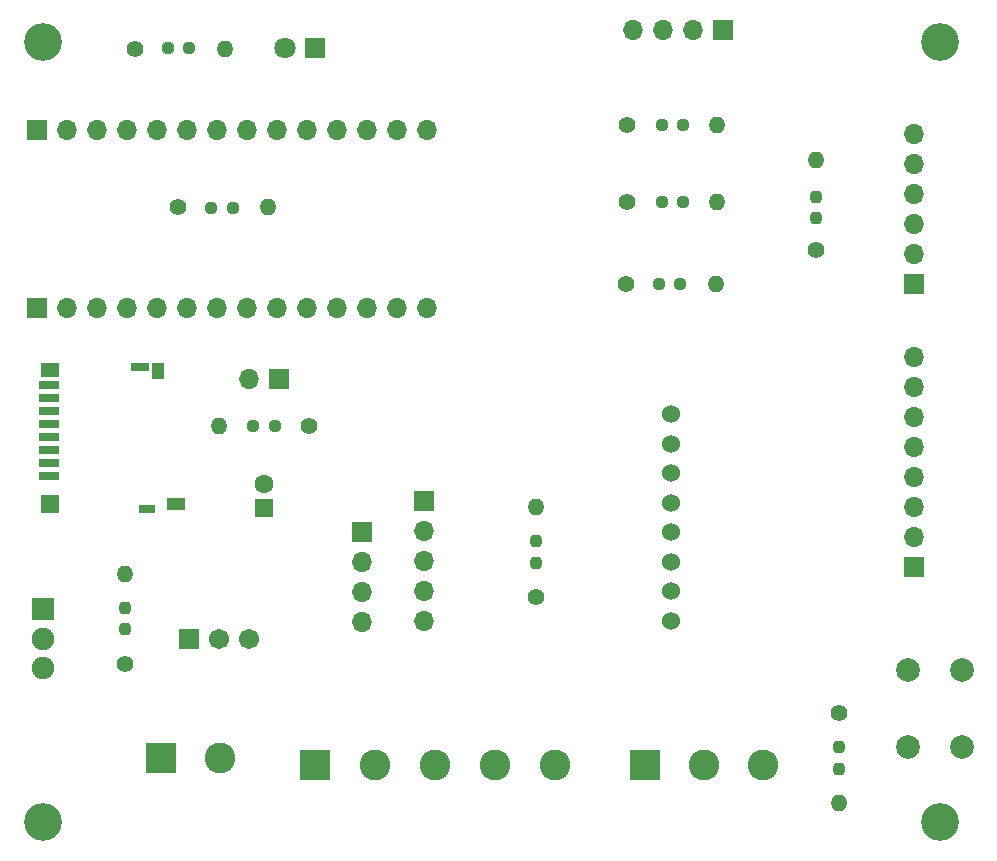
<source format=gbr>
%TF.GenerationSoftware,KiCad,Pcbnew,8.0.6-8.0.6-0~ubuntu24.04.1*%
%TF.CreationDate,2024-11-15T18:56:18-05:00*%
%TF.ProjectId,sweet-p,73776565-742d-4702-9e6b-696361645f70,rev?*%
%TF.SameCoordinates,Original*%
%TF.FileFunction,Soldermask,Top*%
%TF.FilePolarity,Negative*%
%FSLAX46Y46*%
G04 Gerber Fmt 4.6, Leading zero omitted, Abs format (unit mm)*
G04 Created by KiCad (PCBNEW 8.0.6-8.0.6-0~ubuntu24.04.1) date 2024-11-15 18:56:18*
%MOMM*%
%LPD*%
G01*
G04 APERTURE LIST*
G04 Aperture macros list*
%AMRoundRect*
0 Rectangle with rounded corners*
0 $1 Rounding radius*
0 $2 $3 $4 $5 $6 $7 $8 $9 X,Y pos of 4 corners*
0 Add a 4 corners polygon primitive as box body*
4,1,4,$2,$3,$4,$5,$6,$7,$8,$9,$2,$3,0*
0 Add four circle primitives for the rounded corners*
1,1,$1+$1,$2,$3*
1,1,$1+$1,$4,$5*
1,1,$1+$1,$6,$7*
1,1,$1+$1,$8,$9*
0 Add four rect primitives between the rounded corners*
20,1,$1+$1,$2,$3,$4,$5,0*
20,1,$1+$1,$4,$5,$6,$7,0*
20,1,$1+$1,$6,$7,$8,$9,0*
20,1,$1+$1,$8,$9,$2,$3,0*%
G04 Aperture macros list end*
%ADD10C,2.000000*%
%ADD11C,1.400000*%
%ADD12O,1.400000X1.400000*%
%ADD13RoundRect,0.237500X-0.237500X0.250000X-0.237500X-0.250000X0.237500X-0.250000X0.237500X0.250000X0*%
%ADD14R,1.900000X1.900000*%
%ADD15C,1.900000*%
%ADD16R,1.700000X1.700000*%
%ADD17O,1.700000X1.700000*%
%ADD18R,1.800000X1.800000*%
%ADD19C,1.800000*%
%ADD20C,3.200000*%
%ADD21R,2.600000X2.600000*%
%ADD22C,2.600000*%
%ADD23RoundRect,0.237500X0.237500X-0.250000X0.237500X0.250000X-0.237500X0.250000X-0.237500X-0.250000X0*%
%ADD24RoundRect,0.102000X-0.754000X-0.754000X0.754000X-0.754000X0.754000X0.754000X-0.754000X0.754000X0*%
%ADD25C,1.712000*%
%ADD26R,1.600000X1.600000*%
%ADD27C,1.600000*%
%ADD28C,1.524000*%
%ADD29R,1.750000X0.700000*%
%ADD30R,1.500000X1.300000*%
%ADD31R,1.500000X0.800000*%
%ADD32R,1.400000X0.800000*%
%ADD33R,1.500000X1.500000*%
%ADD34R,1.550000X1.000000*%
%ADD35R,1.000000X1.450000*%
%ADD36RoundRect,0.237500X0.250000X0.237500X-0.250000X0.237500X-0.250000X-0.237500X0.250000X-0.237500X0*%
%ADD37RoundRect,0.237500X-0.250000X-0.237500X0.250000X-0.237500X0.250000X0.237500X-0.250000X0.237500X0*%
G04 APERTURE END LIST*
D10*
%TO.C,SW1*%
X106800000Y-78200000D03*
X106800000Y-84700000D03*
X102300000Y-78200000D03*
X102300000Y-84700000D03*
%TD*%
D11*
%TO.C,R4*%
X96400000Y-81790000D03*
D12*
X96400000Y-89410000D03*
%TD*%
D13*
%TO.C,R3*%
X96400000Y-84687500D03*
X96400000Y-86512500D03*
%TD*%
D14*
%TO.C,S2*%
X29000000Y-73000000D03*
D15*
X29000000Y-75500000D03*
X29000000Y-78000000D03*
%TD*%
D16*
%TO.C,U1*%
X61310000Y-63832500D03*
D17*
X61310000Y-66372500D03*
X61310000Y-68912500D03*
X61310000Y-71452500D03*
X61310000Y-73992500D03*
%TD*%
D11*
%TO.C,R19*%
X70810000Y-72002500D03*
D12*
X70810000Y-64382500D03*
%TD*%
D18*
%TO.C,D1*%
X52040000Y-25500000D03*
D19*
X49500000Y-25500000D03*
%TD*%
D11*
%TO.C,R6*%
X78380000Y-45500000D03*
D12*
X86000000Y-45500000D03*
%TD*%
D20*
%TO.C,H4*%
X105000000Y-91000000D03*
%TD*%
D21*
%TO.C,J2*%
X39000000Y-85600000D03*
D22*
X44000000Y-85600000D03*
%TD*%
D23*
%TO.C,R14*%
X35950000Y-74722500D03*
X35950000Y-72897500D03*
%TD*%
D21*
%TO.C,J1*%
X80000000Y-86200000D03*
D22*
X85000000Y-86200000D03*
X90000000Y-86200000D03*
%TD*%
D24*
%TO.C,U8*%
X41420000Y-75500000D03*
D25*
X43960000Y-75500000D03*
X46500000Y-75500000D03*
%TD*%
D26*
%TO.C,C2*%
X47750000Y-64455113D03*
D27*
X47750000Y-62455113D03*
%TD*%
D23*
%TO.C,R20*%
X70810000Y-69065000D03*
X70810000Y-67240000D03*
%TD*%
D20*
%TO.C,H2*%
X29000000Y-91000000D03*
%TD*%
D28*
%TO.C,U7*%
X82200000Y-56500000D03*
X82200000Y-59000000D03*
X82200000Y-61500000D03*
X82200000Y-64000000D03*
X82200000Y-66500000D03*
X82200000Y-69000000D03*
X82200000Y-71500000D03*
X82200000Y-74000000D03*
%TD*%
D29*
%TO.C,J10*%
X29500000Y-61700000D03*
X29500000Y-60600000D03*
X29500000Y-59500000D03*
X29500000Y-58400000D03*
X29500000Y-57300000D03*
X29500000Y-56200000D03*
X29500000Y-55100000D03*
X29500000Y-54000000D03*
D30*
X29625000Y-52800000D03*
D31*
X37225000Y-52550000D03*
D32*
X37875000Y-64500000D03*
D33*
X29625000Y-64150000D03*
D34*
X40300000Y-64100000D03*
D35*
X38725000Y-52875000D03*
%TD*%
D20*
%TO.C,H1*%
X29000000Y-25000000D03*
%TD*%
D11*
%TO.C,R17*%
X94500000Y-42620000D03*
D12*
X94500000Y-35000000D03*
%TD*%
D11*
%TO.C,R13*%
X36000000Y-77620000D03*
D12*
X36000000Y-70000000D03*
%TD*%
D23*
%TO.C,R18*%
X94450000Y-39932500D03*
X94450000Y-38107500D03*
%TD*%
D16*
%TO.C,J6*%
X49040000Y-53500000D03*
D17*
X46500000Y-53500000D03*
%TD*%
D20*
%TO.C,H3*%
X105000000Y-25000000D03*
%TD*%
D16*
%TO.C,J3*%
X56000000Y-66500000D03*
D17*
X56000000Y-69040000D03*
X56000000Y-71580000D03*
X56000000Y-74120000D03*
%TD*%
D11*
%TO.C,R7*%
X36800000Y-25600000D03*
D12*
X44420000Y-25600000D03*
%TD*%
D36*
%TO.C,R1*%
X48642500Y-57500000D03*
X46817500Y-57500000D03*
%TD*%
D11*
%TO.C,R12*%
X78500000Y-38500000D03*
D12*
X86120000Y-38500000D03*
%TD*%
D37*
%TO.C,R16*%
X43287500Y-39050000D03*
X45112500Y-39050000D03*
%TD*%
D16*
%TO.C,A2*%
X28520000Y-47500000D03*
D17*
X31060000Y-47500000D03*
X33600000Y-47500000D03*
X36140000Y-47500000D03*
X38680000Y-47500000D03*
X41220000Y-47500000D03*
X43760000Y-47500000D03*
X46300000Y-47500000D03*
X48840000Y-47500000D03*
X51380000Y-47500000D03*
X53920000Y-47500000D03*
X56460000Y-47500000D03*
X59000000Y-47500000D03*
X61540000Y-47500000D03*
X61570000Y-32465000D03*
X59030000Y-32465000D03*
X56490000Y-32465000D03*
X53950000Y-32465000D03*
X51410000Y-32465000D03*
X48870000Y-32465000D03*
X46330000Y-32465000D03*
X43790000Y-32465000D03*
X41250000Y-32465000D03*
X38710000Y-32465000D03*
X36170000Y-32465000D03*
X33630000Y-32465000D03*
X31090000Y-32465000D03*
D16*
X28550000Y-32465000D03*
%TD*%
D11*
%TO.C,R2*%
X51540000Y-57500000D03*
D12*
X43920000Y-57500000D03*
%TD*%
D37*
%TO.C,R5*%
X81175000Y-45500000D03*
X83000000Y-45500000D03*
%TD*%
D16*
%TO.C,J7*%
X102800000Y-45500000D03*
D17*
X102800000Y-42960000D03*
X102800000Y-40420000D03*
X102800000Y-37880000D03*
X102800000Y-35340000D03*
X102800000Y-32800000D03*
%TD*%
D11*
%TO.C,R9*%
X78500000Y-32000000D03*
D12*
X86120000Y-32000000D03*
%TD*%
D37*
%TO.C,R10*%
X81397500Y-32000000D03*
X83222500Y-32000000D03*
%TD*%
D17*
%TO.C,J8*%
X102762000Y-51638000D03*
X102762000Y-54178000D03*
X102762000Y-56718000D03*
X102762000Y-59258000D03*
X102762000Y-61798000D03*
X102762000Y-64338000D03*
X102762000Y-66878000D03*
D16*
X102762000Y-69418000D03*
%TD*%
D37*
%TO.C,R8*%
X39587500Y-25500000D03*
X41412500Y-25500000D03*
%TD*%
%TO.C,R11*%
X81432500Y-38500000D03*
X83257500Y-38500000D03*
%TD*%
D17*
%TO.C,U4*%
X79000000Y-24000000D03*
X81540000Y-24000000D03*
X84080000Y-24000000D03*
D16*
X86620000Y-24000000D03*
%TD*%
D21*
%TO.C,J5*%
X52080000Y-86200000D03*
D22*
X57160000Y-86200000D03*
X62240000Y-86200000D03*
X67320000Y-86200000D03*
X72400000Y-86200000D03*
%TD*%
D11*
%TO.C,R15*%
X40500000Y-39000000D03*
D12*
X48120000Y-39000000D03*
%TD*%
M02*

</source>
